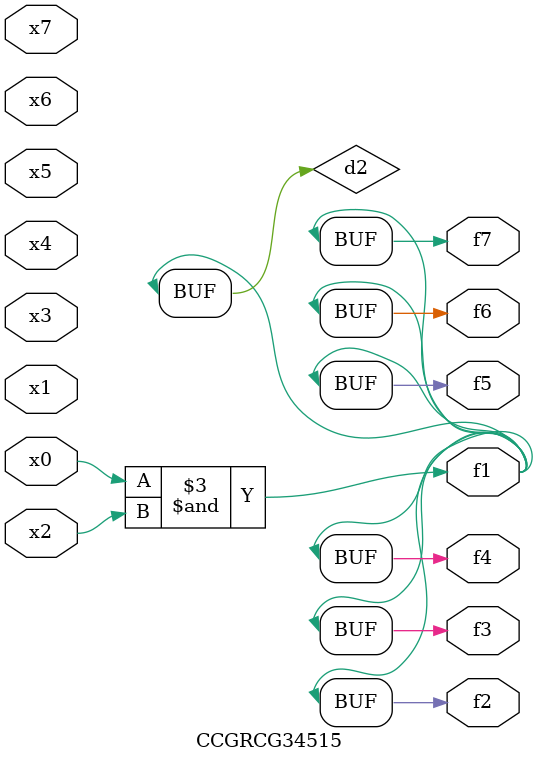
<source format=v>
module CCGRCG34515(
	input x0, x1, x2, x3, x4, x5, x6, x7,
	output f1, f2, f3, f4, f5, f6, f7
);

	wire d1, d2;

	nor (d1, x3, x6);
	and (d2, x0, x2);
	assign f1 = d2;
	assign f2 = d2;
	assign f3 = d2;
	assign f4 = d2;
	assign f5 = d2;
	assign f6 = d2;
	assign f7 = d2;
endmodule

</source>
